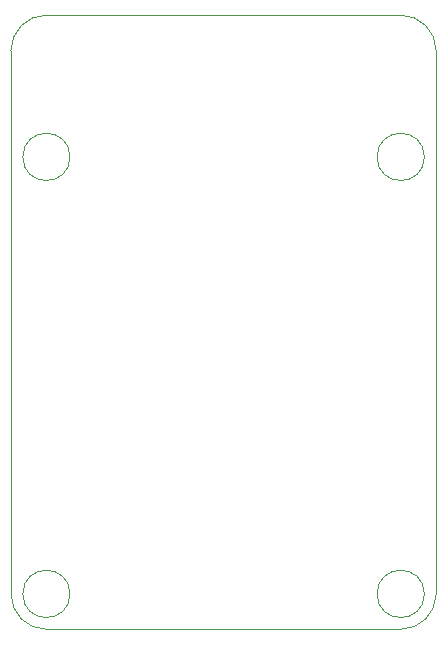
<source format=gbr>
G04 #@! TF.GenerationSoftware,KiCad,Pcbnew,8.0.0*
G04 #@! TF.CreationDate,2025-07-08T12:56:53-06:00*
G04 #@! TF.ProjectId,Motor Breakout,4d6f746f-7220-4427-9265-616b6f75742e,A*
G04 #@! TF.SameCoordinates,Original*
G04 #@! TF.FileFunction,Profile,NP*
%FSLAX46Y46*%
G04 Gerber Fmt 4.6, Leading zero omitted, Abs format (unit mm)*
G04 Created by KiCad (PCBNEW 8.0.0) date 2025-07-08 12:56:53*
%MOMM*%
%LPD*%
G01*
G04 APERTURE LIST*
G04 #@! TA.AperFunction,Profile*
%ADD10C,0.050000*%
G04 #@! TD*
G04 APERTURE END LIST*
D10*
X125000000Y-62000000D02*
G75*
G02*
X121000000Y-62000000I-2000000J0D01*
G01*
X121000000Y-62000000D02*
G75*
G02*
X125000000Y-62000000I2000000J0D01*
G01*
X155000000Y-62000000D02*
G75*
G02*
X151000000Y-62000000I-2000000J0D01*
G01*
X151000000Y-62000000D02*
G75*
G02*
X155000000Y-62000000I2000000J0D01*
G01*
X155000000Y-99000000D02*
G75*
G02*
X151000000Y-99000000I-2000000J0D01*
G01*
X151000000Y-99000000D02*
G75*
G02*
X155000000Y-99000000I2000000J0D01*
G01*
X125000000Y-99000000D02*
G75*
G02*
X121000000Y-99000000I-2000000J0D01*
G01*
X121000000Y-99000000D02*
G75*
G02*
X125000000Y-99000000I2000000J0D01*
G01*
X156000000Y-99000000D02*
G75*
G02*
X153000000Y-102000000I-3000000J0D01*
G01*
X120000000Y-99000000D02*
X120000000Y-53000000D01*
X153000000Y-50000000D02*
G75*
G02*
X156000000Y-53000000I0J-3000000D01*
G01*
X156000000Y-53000000D02*
X156000000Y-99000000D01*
X123000000Y-102000000D02*
G75*
G02*
X120000000Y-99000000I0J3000000D01*
G01*
X123000000Y-50000000D02*
X153000000Y-50000000D01*
X123000000Y-102000000D02*
X153000000Y-102000000D01*
X120000000Y-53000000D02*
G75*
G02*
X123000000Y-50000000I3000000J0D01*
G01*
M02*

</source>
